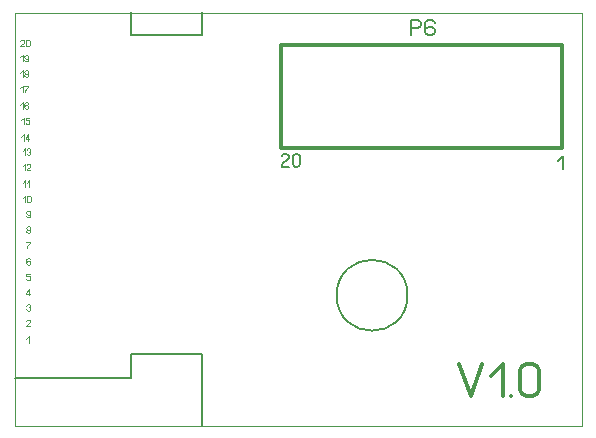
<source format=gbr>
%FSLAX34Y34*%
%MOMM*%
%LNCOPPER_BOTTOM*%
G71*
G01*
%ADD10C, 0.00*%
%ADD11C, 0.30*%
%ADD12C, 0.20*%
%ADD13C, 0.13*%
%ADD14C, 0.17*%
%ADD15C, 0.07*%
%ADD16C, 0.33*%
%LPD*%
G54D10*
X0Y350000D02*
X480000Y350000D01*
X480000Y0D01*
X0Y0D01*
X0Y350000D01*
G54D11*
X463000Y236000D02*
X463000Y322000D01*
X463000Y323000D01*
X225000Y323000D01*
X225000Y237000D01*
X225000Y236000D01*
X463000Y236000D01*
G54D12*
X98000Y351000D02*
X98000Y331000D01*
X158000Y331000D01*
X158000Y351000D01*
G54D12*
G75*
G01X332000Y111000D02*
G03X332000Y111000I-30000J0D01*
G01*
G54D12*
X98000Y61000D02*
X158000Y61000D01*
X158000Y0D01*
G54D12*
X98000Y61000D02*
X98000Y41000D01*
G54D12*
X98000Y41000D02*
X0Y41000D01*
G54D13*
X459295Y224667D02*
X463295Y228667D01*
X463295Y218000D01*
G54D14*
X335333Y331000D02*
X335333Y344333D01*
X340333Y344333D01*
X342333Y343500D01*
X343333Y341833D01*
X343333Y340167D01*
X342333Y338500D01*
X340333Y337667D01*
X335333Y337667D01*
G54D14*
X355000Y341833D02*
X354000Y343500D01*
X352000Y344333D01*
X350000Y344333D01*
X348000Y343500D01*
X347000Y341833D01*
X347000Y337667D01*
X347000Y336833D01*
X350000Y338500D01*
X352000Y338500D01*
X354000Y337667D01*
X355000Y336000D01*
X355000Y333500D01*
X354000Y331833D01*
X352000Y331000D01*
X350000Y331000D01*
X348000Y331833D01*
X347000Y333500D01*
X347000Y337667D01*
G54D13*
X231733Y220000D02*
X225333Y220000D01*
X225333Y220667D01*
X226133Y222000D01*
X230933Y226000D01*
X231733Y227333D01*
X231733Y228667D01*
X230933Y230000D01*
X229333Y230667D01*
X227733Y230667D01*
X226133Y230000D01*
X225333Y228667D01*
G54D13*
X241066Y228667D02*
X241066Y222000D01*
X240266Y220667D01*
X238666Y220000D01*
X237066Y220000D01*
X235466Y220667D01*
X234666Y222000D01*
X234666Y228667D01*
X235466Y230000D01*
X237066Y230667D01*
X238666Y230667D01*
X240266Y230000D01*
X241066Y228667D01*
G54D15*
X9333Y74333D02*
X11333Y76333D01*
X11333Y71000D01*
G54D15*
X12533Y85000D02*
X9333Y85000D01*
X9333Y85333D01*
X9733Y86000D01*
X12133Y88000D01*
X12533Y88667D01*
X12533Y89333D01*
X12133Y90000D01*
X11333Y90333D01*
X10533Y90333D01*
X9733Y90000D01*
X9333Y89333D01*
G54D15*
X9333Y102333D02*
X9733Y103000D01*
X10533Y103333D01*
X11333Y103333D01*
X12133Y103000D01*
X12533Y102333D01*
X12533Y101667D01*
X12133Y101000D01*
X11333Y100667D01*
X12133Y100333D01*
X12533Y99667D01*
X12533Y99000D01*
X12133Y98333D01*
X11333Y98000D01*
X10533Y98000D01*
X9733Y98333D01*
X9333Y99000D01*
G54D15*
X11733Y111000D02*
X11733Y116333D01*
X9333Y113000D01*
X9333Y112333D01*
X12533Y112333D01*
G54D15*
X12533Y129333D02*
X9333Y129333D01*
X9333Y127000D01*
X9733Y127000D01*
X10533Y127333D01*
X11333Y127333D01*
X12133Y127000D01*
X12533Y126333D01*
X12533Y125000D01*
X12133Y124333D01*
X11333Y124000D01*
X10533Y124000D01*
X9733Y124333D01*
X9333Y125000D01*
G54D15*
X12533Y141333D02*
X12133Y142000D01*
X11333Y142333D01*
X10533Y142333D01*
X9733Y142000D01*
X9333Y141333D01*
X9333Y139667D01*
X9333Y139333D01*
X10533Y140000D01*
X11333Y140000D01*
X12133Y139667D01*
X12533Y139000D01*
X12533Y138000D01*
X12133Y137333D01*
X11333Y137000D01*
X10533Y137000D01*
X9733Y137333D01*
X9333Y138000D01*
X9333Y139667D01*
G54D15*
X9333Y156333D02*
X12533Y156333D01*
X12133Y155667D01*
X11333Y154667D01*
X10533Y153333D01*
X10133Y152333D01*
X10133Y151000D01*
G54D15*
X11333Y166667D02*
X10533Y166667D01*
X9733Y167000D01*
X9333Y167667D01*
X9333Y168333D01*
X9733Y169000D01*
X10533Y169333D01*
X11333Y169333D01*
X12133Y169000D01*
X12533Y168333D01*
X12533Y167667D01*
X12133Y167000D01*
X11333Y166667D01*
X12133Y166333D01*
X12533Y165667D01*
X12533Y165000D01*
X12133Y164333D01*
X11333Y164000D01*
X10533Y164000D01*
X9733Y164333D01*
X9333Y165000D01*
X9333Y165667D01*
X9733Y166333D01*
X10533Y166667D01*
G54D15*
X9333Y178000D02*
X9733Y177333D01*
X10533Y177000D01*
X11333Y177000D01*
X12133Y177333D01*
X12533Y178000D01*
X12533Y179667D01*
X12533Y180000D01*
X11333Y179333D01*
X10533Y179333D01*
X9733Y179667D01*
X9333Y180333D01*
X9333Y181333D01*
X9733Y182000D01*
X10533Y182333D01*
X11333Y182333D01*
X12133Y182000D01*
X12533Y181333D01*
X12533Y179667D01*
G54D15*
X6333Y193333D02*
X8333Y195333D01*
X8333Y190000D01*
G54D15*
X13000Y194333D02*
X13000Y191000D01*
X12600Y190333D01*
X11800Y190000D01*
X11000Y190000D01*
X10200Y190333D01*
X9800Y191000D01*
X9800Y194333D01*
X10200Y195000D01*
X11000Y195333D01*
X11800Y195333D01*
X12600Y195000D01*
X13000Y194333D01*
G54D15*
X6333Y206333D02*
X8333Y208333D01*
X8333Y203000D01*
G54D15*
X9800Y206333D02*
X11800Y208333D01*
X11800Y203000D01*
G54D15*
X6121Y220333D02*
X8121Y222333D01*
X8121Y217000D01*
G54D15*
X12788Y217000D02*
X9588Y217000D01*
X9588Y217333D01*
X9988Y218000D01*
X12388Y220000D01*
X12788Y220667D01*
X12788Y221333D01*
X12388Y222000D01*
X11588Y222333D01*
X10788Y222333D01*
X9988Y222000D01*
X9588Y221333D01*
G54D15*
X6121Y233333D02*
X8121Y235333D01*
X8121Y230000D01*
G54D15*
X9588Y234333D02*
X9988Y235000D01*
X10788Y235333D01*
X11588Y235333D01*
X12388Y235000D01*
X12788Y234333D01*
X12788Y233667D01*
X12388Y233000D01*
X11588Y232667D01*
X12388Y232333D01*
X12788Y231667D01*
X12788Y231000D01*
X12388Y230333D01*
X11588Y230000D01*
X10788Y230000D01*
X9988Y230333D01*
X9588Y231000D01*
G54D15*
X5121Y245333D02*
X7121Y247333D01*
X7121Y242000D01*
G54D15*
X10988Y242000D02*
X10988Y247333D01*
X8588Y244000D01*
X8588Y243333D01*
X11788Y243333D01*
G54D15*
X5121Y259333D02*
X7121Y261333D01*
X7121Y256000D01*
G54D15*
X11788Y261333D02*
X8588Y261333D01*
X8588Y259000D01*
X8988Y259000D01*
X9788Y259333D01*
X10588Y259333D01*
X11388Y259000D01*
X11788Y258333D01*
X11788Y257000D01*
X11388Y256333D01*
X10588Y256000D01*
X9788Y256000D01*
X8988Y256333D01*
X8588Y257000D01*
G54D15*
X4121Y272333D02*
X6121Y274333D01*
X6121Y269000D01*
G54D15*
X10788Y273333D02*
X10388Y274000D01*
X9588Y274333D01*
X8788Y274333D01*
X7988Y274000D01*
X7588Y273333D01*
X7588Y271667D01*
X7588Y271333D01*
X8788Y272000D01*
X9588Y272000D01*
X10388Y271667D01*
X10788Y271000D01*
X10788Y270000D01*
X10388Y269333D01*
X9588Y269000D01*
X8788Y269000D01*
X7988Y269333D01*
X7588Y270000D01*
X7588Y271667D01*
G54D15*
X4121Y286333D02*
X6121Y288333D01*
X6121Y283000D01*
G54D15*
X7588Y288333D02*
X10788Y288333D01*
X10388Y287667D01*
X9588Y286667D01*
X8788Y285333D01*
X8388Y284333D01*
X8388Y283000D01*
G54D15*
X4121Y299333D02*
X6121Y301333D01*
X6121Y296000D01*
G54D15*
X9588Y298667D02*
X8788Y298667D01*
X7988Y299000D01*
X7588Y299667D01*
X7588Y300333D01*
X7988Y301000D01*
X8788Y301333D01*
X9588Y301333D01*
X10388Y301000D01*
X10788Y300333D01*
X10788Y299667D01*
X10388Y299000D01*
X9588Y298667D01*
X10388Y298333D01*
X10788Y297667D01*
X10788Y297000D01*
X10388Y296333D01*
X9588Y296000D01*
X8788Y296000D01*
X7988Y296333D01*
X7588Y297000D01*
X7588Y297667D01*
X7988Y298333D01*
X8788Y298667D01*
G54D15*
X4121Y312333D02*
X6121Y314333D01*
X6121Y309000D01*
G54D15*
X7588Y310000D02*
X7988Y309333D01*
X8788Y309000D01*
X9588Y309000D01*
X10388Y309333D01*
X10788Y310000D01*
X10788Y311667D01*
X10788Y312000D01*
X9588Y311333D01*
X8788Y311333D01*
X7988Y311667D01*
X7588Y312333D01*
X7588Y313333D01*
X7988Y314000D01*
X8788Y314333D01*
X9588Y314333D01*
X10388Y314000D01*
X10788Y313333D01*
X10788Y311667D01*
G54D15*
X7321Y322000D02*
X4121Y322000D01*
X4121Y322333D01*
X4521Y323000D01*
X6921Y325000D01*
X7321Y325667D01*
X7321Y326333D01*
X6921Y327000D01*
X6121Y327333D01*
X5321Y327333D01*
X4521Y327000D01*
X4121Y326333D01*
G54D15*
X11988Y326333D02*
X11988Y323000D01*
X11588Y322333D01*
X10788Y322000D01*
X9988Y322000D01*
X9188Y322333D01*
X8788Y323000D01*
X8788Y326333D01*
X9188Y327000D01*
X9988Y327333D01*
X10788Y327333D01*
X11588Y327000D01*
X11988Y326333D01*
G54D16*
X375333Y52667D02*
X385333Y26000D01*
X395333Y52667D01*
G54D16*
X402666Y42667D02*
X412666Y52667D01*
X412666Y26000D01*
G54D16*
X419999Y26000D02*
X419999Y26000D01*
G54D16*
X443332Y47667D02*
X443332Y31000D01*
X441332Y27667D01*
X437332Y26000D01*
X433332Y26000D01*
X429332Y27667D01*
X427332Y31000D01*
X427332Y47667D01*
X429332Y51000D01*
X433332Y52667D01*
X437332Y52667D01*
X441332Y51000D01*
X443332Y47667D01*
M02*

</source>
